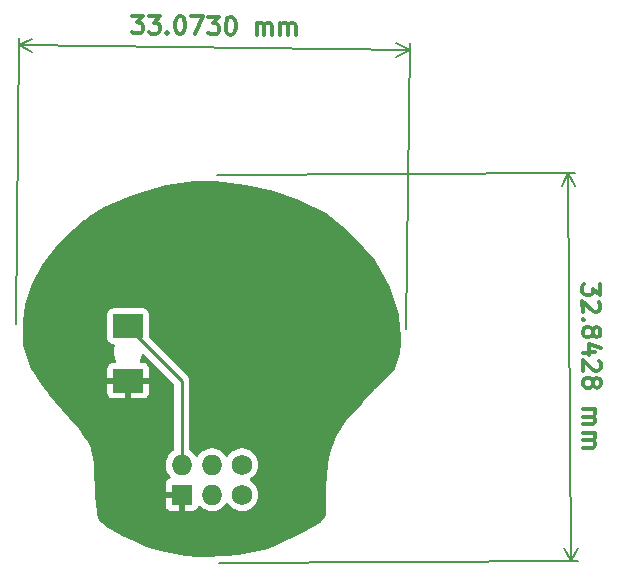
<source format=gbr>
G04 #@! TF.GenerationSoftware,KiCad,Pcbnew,(6.0.1)*
G04 #@! TF.CreationDate,2022-06-04T21:41:08-05:00*
G04 #@! TF.ProjectId,Bsides-KC-2021-SAO-BP,42736964-6573-42d4-9b43-2d323032312d,rev?*
G04 #@! TF.SameCoordinates,Original*
G04 #@! TF.FileFunction,Copper,L2,Bot*
G04 #@! TF.FilePolarity,Positive*
%FSLAX46Y46*%
G04 Gerber Fmt 4.6, Leading zero omitted, Abs format (unit mm)*
G04 Created by KiCad (PCBNEW (6.0.1)) date 2022-06-04 21:41:08*
%MOMM*%
%LPD*%
G01*
G04 APERTURE LIST*
%ADD10C,0.300000*%
G04 #@! TA.AperFunction,NonConductor*
%ADD11C,0.300000*%
G04 #@! TD*
G04 #@! TA.AperFunction,NonConductor*
%ADD12C,0.200000*%
G04 #@! TD*
G04 #@! TA.AperFunction,SMDPad,CuDef*
%ADD13R,2.500000X2.000000*%
G04 #@! TD*
G04 #@! TA.AperFunction,ComponentPad*
%ADD14O,1.727200X1.727200*%
G04 #@! TD*
G04 #@! TA.AperFunction,ComponentPad*
%ADD15R,1.727200X1.727200*%
G04 #@! TD*
G04 #@! TA.AperFunction,ComponentPad*
%ADD16C,1.727200*%
G04 #@! TD*
G04 #@! TA.AperFunction,Conductor*
%ADD17C,0.250000*%
G04 #@! TD*
G04 APERTURE END LIST*
D10*
D11*
X147270419Y-92006082D02*
X148198929Y-92016779D01*
X147692379Y-92582409D01*
X147906650Y-92584878D01*
X148048675Y-92657948D01*
X148119276Y-92730194D01*
X148189054Y-92873865D01*
X148184940Y-93230984D01*
X148111871Y-93373009D01*
X148039624Y-93443610D01*
X147895953Y-93513388D01*
X147467410Y-93508451D01*
X147325386Y-93435381D01*
X147254785Y-93363134D01*
X148698895Y-92022539D02*
X149627405Y-92033236D01*
X149120856Y-92598867D01*
X149335127Y-92601335D01*
X149477152Y-92674405D01*
X149547753Y-92746651D01*
X149617531Y-92890322D01*
X149613417Y-93247441D01*
X149540347Y-93389466D01*
X149468101Y-93460067D01*
X149324430Y-93529845D01*
X148895887Y-93524908D01*
X148753862Y-93451838D01*
X148683261Y-93379592D01*
X150254586Y-93397694D02*
X150325186Y-93469941D01*
X150252940Y-93540542D01*
X150182339Y-93468295D01*
X150254586Y-93397694D01*
X150252940Y-93540542D01*
X151270153Y-92052162D02*
X151413001Y-92053807D01*
X151555026Y-92126877D01*
X151625627Y-92199123D01*
X151695405Y-92342794D01*
X151763537Y-92629312D01*
X151759423Y-92986431D01*
X151684708Y-93271304D01*
X151611638Y-93413329D01*
X151539392Y-93483930D01*
X151395721Y-93553708D01*
X151252873Y-93552062D01*
X151110849Y-93478992D01*
X151040248Y-93406746D01*
X150970470Y-93263075D01*
X150902337Y-92976557D01*
X150906451Y-92619438D01*
X150981167Y-92334565D01*
X151054236Y-92192541D01*
X151126483Y-92121940D01*
X151270153Y-92052162D01*
X152270087Y-92063681D02*
X153270021Y-92075201D01*
X152609926Y-93567696D01*
X153698564Y-92080139D02*
X154627073Y-92090836D01*
X154120524Y-92656466D01*
X154334795Y-92658935D01*
X154476820Y-92732004D01*
X154547421Y-92804251D01*
X154617199Y-92947922D01*
X154613085Y-93305041D01*
X154540015Y-93447066D01*
X154467769Y-93517667D01*
X154324098Y-93587445D01*
X153895555Y-93582508D01*
X153753530Y-93509438D01*
X153682929Y-93437191D01*
X155555583Y-92101533D02*
X155698431Y-92103179D01*
X155840456Y-92176248D01*
X155911057Y-92248495D01*
X155980835Y-92392165D01*
X156048967Y-92678683D01*
X156044853Y-93035803D01*
X155970138Y-93320675D01*
X155897068Y-93462700D01*
X155824822Y-93533301D01*
X155681151Y-93603079D01*
X155538303Y-93601433D01*
X155396279Y-93528364D01*
X155325678Y-93456117D01*
X155255899Y-93312447D01*
X155187767Y-93025928D01*
X155191881Y-92668809D01*
X155266597Y-92383937D01*
X155339666Y-92241912D01*
X155411913Y-92171311D01*
X155555583Y-92101533D01*
X157823866Y-93627765D02*
X157835386Y-92627831D01*
X157833740Y-92770679D02*
X157905987Y-92700078D01*
X158049657Y-92630300D01*
X158263929Y-92632768D01*
X158405954Y-92705838D01*
X158475732Y-92849508D01*
X158466680Y-93635170D01*
X158475732Y-92849508D02*
X158548801Y-92707483D01*
X158692472Y-92637705D01*
X158906743Y-92640174D01*
X159048768Y-92713243D01*
X159118546Y-92856914D01*
X159109495Y-93642576D01*
X159823733Y-93650805D02*
X159835253Y-92650871D01*
X159833608Y-92793719D02*
X159905854Y-92723118D01*
X160049525Y-92653340D01*
X160263796Y-92655808D01*
X160405821Y-92728878D01*
X160475599Y-92872548D01*
X160466548Y-93658210D01*
X160475599Y-92872548D02*
X160548669Y-92730523D01*
X160692339Y-92660745D01*
X160906611Y-92663214D01*
X161048635Y-92736283D01*
X161118414Y-92879954D01*
X161109362Y-93665616D01*
D12*
X137432460Y-118118033D02*
X137711111Y-93931096D01*
X170503260Y-118499033D02*
X170781911Y-94312096D01*
X137704356Y-94517477D02*
X170775156Y-94898477D01*
X137704356Y-94517477D02*
X170775156Y-94898477D01*
X137704356Y-94517477D02*
X138824029Y-95116836D01*
X137704356Y-94517477D02*
X138837541Y-93944072D01*
X170775156Y-94898477D02*
X169655483Y-94299118D01*
X170775156Y-94898477D02*
X169641971Y-95471882D01*
D10*
D11*
X186894838Y-114729276D02*
X186900583Y-115657830D01*
X186326072Y-115161375D01*
X186327398Y-115375657D01*
X186256854Y-115518953D01*
X186185869Y-115590822D01*
X186043457Y-115663133D01*
X185686321Y-115665343D01*
X185543024Y-115594799D01*
X185471155Y-115523814D01*
X185398844Y-115381402D01*
X185396193Y-114952838D01*
X185466736Y-114809542D01*
X185537721Y-114737673D01*
X186761264Y-116230131D02*
X186833133Y-116301117D01*
X186905444Y-116443529D01*
X186907654Y-116800665D01*
X186837111Y-116943962D01*
X186766125Y-117015831D01*
X186623713Y-117088142D01*
X186480859Y-117089026D01*
X186266135Y-117018924D01*
X185403705Y-116167101D01*
X185409451Y-117095655D01*
X185556282Y-117737616D02*
X185485297Y-117809485D01*
X185413428Y-117738499D01*
X185484413Y-117666630D01*
X185556282Y-117737616D01*
X185413428Y-117738499D01*
X186276299Y-118661750D02*
X186346843Y-118518454D01*
X186417828Y-118446584D01*
X186560241Y-118374273D01*
X186631668Y-118373831D01*
X186774964Y-118444375D01*
X186846833Y-118515360D01*
X186919144Y-118657773D01*
X186920912Y-118943481D01*
X186850369Y-119086778D01*
X186779383Y-119158647D01*
X186636971Y-119230958D01*
X186565544Y-119231400D01*
X186422247Y-119160856D01*
X186350378Y-119089871D01*
X186278067Y-118947459D01*
X186276299Y-118661750D01*
X186203988Y-118519337D01*
X186132119Y-118448352D01*
X185988823Y-118377809D01*
X185703114Y-118379577D01*
X185560702Y-118451888D01*
X185489716Y-118523757D01*
X185419173Y-118667053D01*
X185420941Y-118952762D01*
X185493252Y-119095174D01*
X185565121Y-119166160D01*
X185708417Y-119236703D01*
X185994126Y-119234935D01*
X186136539Y-119162624D01*
X186207524Y-119090755D01*
X186278067Y-118947459D01*
X186430644Y-120517973D02*
X185430663Y-120524160D01*
X186999852Y-120157302D02*
X185926234Y-119806795D01*
X185931979Y-120735348D01*
X186792199Y-121230036D02*
X186864069Y-121301021D01*
X186936380Y-121443433D01*
X186938589Y-121800569D01*
X186868046Y-121943866D01*
X186797061Y-122015735D01*
X186654648Y-122088046D01*
X186511794Y-122088930D01*
X186297070Y-122018828D01*
X185434641Y-121167005D01*
X185440386Y-122095559D01*
X186302815Y-122947382D02*
X186373359Y-122804086D01*
X186444344Y-122732217D01*
X186586756Y-122659906D01*
X186658184Y-122659464D01*
X186801480Y-122730007D01*
X186873349Y-122800992D01*
X186945660Y-122943405D01*
X186947428Y-123229114D01*
X186876885Y-123372410D01*
X186805899Y-123444279D01*
X186663487Y-123516590D01*
X186592060Y-123517032D01*
X186448763Y-123446489D01*
X186376894Y-123375503D01*
X186304583Y-123233091D01*
X186302815Y-122947382D01*
X186230504Y-122804970D01*
X186158635Y-122733984D01*
X186015339Y-122663441D01*
X185729630Y-122665209D01*
X185587218Y-122737520D01*
X185516232Y-122809389D01*
X185445689Y-122952685D01*
X185447457Y-123238394D01*
X185519768Y-123380807D01*
X185591637Y-123451792D01*
X185734933Y-123522335D01*
X186020642Y-123520568D01*
X186163054Y-123448256D01*
X186234040Y-123376387D01*
X186304583Y-123233091D01*
X185460273Y-125309783D02*
X186460254Y-125303596D01*
X186317399Y-125304480D02*
X186389268Y-125375465D01*
X186461579Y-125517878D01*
X186462905Y-125732159D01*
X186392362Y-125875456D01*
X186249949Y-125947767D01*
X185464250Y-125952628D01*
X186249949Y-125947767D02*
X186393246Y-126018310D01*
X186465557Y-126160722D01*
X186466882Y-126375004D01*
X186396339Y-126518300D01*
X186253927Y-126590611D01*
X185468227Y-126595473D01*
X185472647Y-127309745D02*
X186472628Y-127303558D01*
X186329773Y-127304442D02*
X186401642Y-127375427D01*
X186473953Y-127517839D01*
X186475279Y-127732121D01*
X186404736Y-127875417D01*
X186262323Y-127947728D01*
X185476624Y-127952590D01*
X186262323Y-127947728D02*
X186405620Y-128018272D01*
X186477931Y-128160684D01*
X186479257Y-128374966D01*
X186408713Y-128518262D01*
X186266301Y-128590573D01*
X185480601Y-128595434D01*
D12*
X154436690Y-105508506D02*
X184801578Y-105320634D01*
X154639890Y-138350706D02*
X185004778Y-138162834D01*
X184215169Y-105324262D02*
X184418369Y-138166462D01*
X184215169Y-105324262D02*
X184418369Y-138166462D01*
X184215169Y-105324262D02*
X183635729Y-106454372D01*
X184215169Y-105324262D02*
X184808548Y-106447116D01*
X184418369Y-138166462D02*
X184997809Y-137036352D01*
X184418369Y-138166462D02*
X183824990Y-137043608D01*
D13*
G04 #@! TO.P,D1,1,K*
G04 #@! TO.N,GND*
X146939000Y-122907000D03*
G04 #@! TO.P,D1,2,A*
G04 #@! TO.N,VCC*
X146939000Y-118307000D03*
G04 #@! TD*
D14*
G04 #@! TO.P,X1,1,VCC*
G04 #@! TO.N,VCC*
X151482100Y-130017200D03*
D15*
G04 #@! TO.P,X1,2,GND*
G04 #@! TO.N,GND*
X151482100Y-132557200D03*
D14*
G04 #@! TO.P,X1,3,SDA*
G04 #@! TO.N,unconnected-(X1-Pad3)*
X154022100Y-130017200D03*
G04 #@! TO.P,X1,4,SCL*
G04 #@! TO.N,unconnected-(X1-Pad4)*
X154022100Y-132557200D03*
D16*
G04 #@! TO.P,X1,5,GPIO1*
G04 #@! TO.N,unconnected-(X1-Pad5)*
X156562100Y-130017200D03*
G04 #@! TO.P,X1,6,GPIO2*
G04 #@! TO.N,unconnected-(X1-Pad6)*
X156562100Y-132557200D03*
G04 #@! TD*
D17*
G04 #@! TO.N,VCC*
X151482100Y-130017200D02*
X151482100Y-122942600D01*
X151482100Y-122942600D02*
X146977100Y-118437600D01*
G04 #@! TD*
G04 #@! TA.AperFunction,Conductor*
G04 #@! TO.N,GND*
G36*
X154270701Y-106020400D02*
G01*
X156899008Y-106317944D01*
X156910260Y-106319737D01*
X159297154Y-106811880D01*
X159316104Y-106817364D01*
X161402977Y-107603010D01*
X161412946Y-107607261D01*
X163655157Y-108679623D01*
X163680953Y-108696078D01*
X165061337Y-109834290D01*
X165064290Y-109836802D01*
X166068847Y-110718852D01*
X166079877Y-110729815D01*
X167834250Y-112703485D01*
X167850773Y-112727010D01*
X169066869Y-114963756D01*
X169207624Y-115222645D01*
X169217466Y-115246140D01*
X169870006Y-117390199D01*
X169889807Y-117455260D01*
X169894878Y-117482065D01*
X170032882Y-119236688D01*
X170062549Y-119613882D01*
X170062166Y-119637676D01*
X169949225Y-120654142D01*
X169943530Y-120680073D01*
X169861300Y-120926764D01*
X169619105Y-121653351D01*
X169551797Y-121855274D01*
X169523940Y-121901866D01*
X168870971Y-122594408D01*
X168790907Y-122679324D01*
X168787162Y-122683131D01*
X167828540Y-123617173D01*
X167819384Y-123625267D01*
X167812610Y-123630693D01*
X167809328Y-123634280D01*
X167809324Y-123634284D01*
X167798187Y-123646458D01*
X167793159Y-123651646D01*
X167780059Y-123664411D01*
X167777329Y-123667957D01*
X167774281Y-123671916D01*
X167767410Y-123680098D01*
X166793288Y-124744836D01*
X166698107Y-124848871D01*
X166696335Y-124850769D01*
X165708362Y-125886934D01*
X165702838Y-125892116D01*
X165697370Y-125895510D01*
X165691381Y-125902191D01*
X165691375Y-125902196D01*
X165654430Y-125943410D01*
X165651802Y-125946253D01*
X165634269Y-125964642D01*
X165631662Y-125968298D01*
X165628818Y-125971741D01*
X165628700Y-125971643D01*
X165627883Y-125972663D01*
X165625984Y-125975143D01*
X165622740Y-125978762D01*
X165620089Y-125982841D01*
X165609107Y-125999735D01*
X165606061Y-126004208D01*
X165598172Y-126015274D01*
X165571189Y-126053123D01*
X165568301Y-126061423D01*
X165562278Y-126071778D01*
X164649067Y-127476720D01*
X164641187Y-127486323D01*
X164641532Y-127486588D01*
X164636062Y-127493702D01*
X164629637Y-127499971D01*
X164603415Y-127546495D01*
X164599308Y-127553273D01*
X164590691Y-127566530D01*
X164588805Y-127570598D01*
X164586144Y-127576337D01*
X164581596Y-127585208D01*
X164577136Y-127593120D01*
X164577129Y-127593136D01*
X164574741Y-127597372D01*
X164573030Y-127601936D01*
X164569424Y-127611551D01*
X164565766Y-127620291D01*
X164544984Y-127665115D01*
X164543646Y-127673990D01*
X164541604Y-127680786D01*
X164537415Y-127696910D01*
X164050147Y-128996290D01*
X164039566Y-129017639D01*
X164039084Y-129018721D01*
X164034306Y-129026318D01*
X164031851Y-129034956D01*
X164031850Y-129034958D01*
X164021372Y-129071821D01*
X164018152Y-129081610D01*
X164014637Y-129090984D01*
X164011037Y-129107352D01*
X164009181Y-129114718D01*
X164003739Y-129133864D01*
X164003144Y-129138701D01*
X164002603Y-129143096D01*
X164000605Y-129154769D01*
X163996522Y-129173331D01*
X163991291Y-129197112D01*
X163991901Y-129206069D01*
X163992135Y-129209505D01*
X163991482Y-129233454D01*
X163974436Y-129371954D01*
X163799520Y-130793142D01*
X163797440Y-130805188D01*
X163796613Y-130808896D01*
X163795553Y-130813647D01*
X163795237Y-130818496D01*
X163794160Y-130835000D01*
X163793484Y-130842186D01*
X163791249Y-130860349D01*
X163791338Y-130864828D01*
X163791436Y-130869794D01*
X163791194Y-130880488D01*
X163724558Y-131902243D01*
X163719044Y-131986785D01*
X163717414Y-132000366D01*
X163716555Y-132005263D01*
X163716462Y-132010120D01*
X163716461Y-132010126D01*
X163716073Y-132030290D01*
X163715829Y-132036060D01*
X163714716Y-132053144D01*
X163714403Y-132057939D01*
X163714748Y-132062403D01*
X163714748Y-132062411D01*
X163714847Y-132063690D01*
X163715198Y-132075817D01*
X163690542Y-133357969D01*
X163690446Y-133361019D01*
X163648797Y-134318924D01*
X163622207Y-134391022D01*
X163567994Y-134460415D01*
X163238021Y-134882782D01*
X163194084Y-134939021D01*
X163154531Y-134972388D01*
X161633041Y-135791652D01*
X161628098Y-135794174D01*
X159712293Y-136718466D01*
X158818622Y-137149623D01*
X158788115Y-137159786D01*
X156304622Y-137646746D01*
X156293707Y-137648393D01*
X155142718Y-137770838D01*
X155136681Y-137771334D01*
X153447302Y-137869269D01*
X153428249Y-137868930D01*
X152903149Y-137819702D01*
X151868209Y-137722676D01*
X151861205Y-137721821D01*
X150063704Y-137450965D01*
X150048366Y-137447666D01*
X150033956Y-137443613D01*
X149024795Y-137159786D01*
X148507449Y-137014282D01*
X148489424Y-137007694D01*
X147419756Y-136521482D01*
X147418245Y-136520783D01*
X146427488Y-136054544D01*
X146159667Y-135928510D01*
X146146933Y-135921597D01*
X145408353Y-135463677D01*
X144957965Y-135184436D01*
X144939401Y-135170397D01*
X144510301Y-134778611D01*
X144477449Y-134730248D01*
X144375588Y-134461705D01*
X144284290Y-134221009D01*
X144276449Y-134185702D01*
X144257250Y-133928431D01*
X144222701Y-133465469D01*
X150110501Y-133465469D01*
X150110871Y-133472290D01*
X150116395Y-133523152D01*
X150120021Y-133538404D01*
X150165176Y-133658854D01*
X150173714Y-133674449D01*
X150250215Y-133776524D01*
X150262776Y-133789085D01*
X150364851Y-133865586D01*
X150380446Y-133874124D01*
X150500894Y-133919278D01*
X150516149Y-133922905D01*
X150567014Y-133928431D01*
X150573828Y-133928800D01*
X151209985Y-133928800D01*
X151225224Y-133924325D01*
X151226429Y-133922935D01*
X151228100Y-133915252D01*
X151228100Y-132829315D01*
X151223625Y-132814076D01*
X151222235Y-132812871D01*
X151214552Y-132811200D01*
X150128616Y-132811200D01*
X150113377Y-132815675D01*
X150112172Y-132817065D01*
X150110501Y-132824748D01*
X150110501Y-133465469D01*
X144222701Y-133465469D01*
X144156868Y-132583315D01*
X144156678Y-132580263D01*
X144155358Y-132553846D01*
X144033655Y-130119794D01*
X144033692Y-130117459D01*
X144034227Y-130115103D01*
X144029782Y-130042191D01*
X144029711Y-130040915D01*
X144028469Y-130016084D01*
X144028245Y-130011600D01*
X144027849Y-130009566D01*
X144027779Y-130008795D01*
X144027720Y-130008369D01*
X144027423Y-130003504D01*
X144020904Y-129973703D01*
X144020320Y-129970879D01*
X144009202Y-129913747D01*
X144009201Y-129913745D01*
X144007487Y-129904936D01*
X144005230Y-129900567D01*
X144003782Y-129895431D01*
X143665503Y-128349017D01*
X143664828Y-128345723D01*
X143654162Y-128289864D01*
X143652478Y-128281045D01*
X143648385Y-128273050D01*
X143636036Y-128248928D01*
X143630163Y-128235612D01*
X143620678Y-128210228D01*
X143620675Y-128210223D01*
X143617534Y-128201816D01*
X143574969Y-128144895D01*
X143573944Y-128143503D01*
X143238248Y-127680786D01*
X142648665Y-126868118D01*
X142644955Y-126862714D01*
X142632272Y-126843162D01*
X142629020Y-126839527D01*
X142627512Y-126837841D01*
X142620467Y-126829107D01*
X142619701Y-126828195D01*
X142617066Y-126824563D01*
X142613947Y-126821346D01*
X142613939Y-126821336D01*
X142600175Y-126807138D01*
X142596743Y-126803453D01*
X141940371Y-126069861D01*
X141317074Y-125373236D01*
X141314529Y-125370300D01*
X140230616Y-124079928D01*
X140227278Y-124076941D01*
X140224157Y-124073721D01*
X140224527Y-124073362D01*
X140213875Y-124061808D01*
X140130527Y-123951669D01*
X145181001Y-123951669D01*
X145181371Y-123958490D01*
X145186895Y-124009352D01*
X145190521Y-124024604D01*
X145235676Y-124145054D01*
X145244214Y-124160649D01*
X145320715Y-124262724D01*
X145333276Y-124275285D01*
X145435351Y-124351786D01*
X145450946Y-124360324D01*
X145571394Y-124405478D01*
X145586649Y-124409105D01*
X145637514Y-124414631D01*
X145644328Y-124415000D01*
X146666885Y-124415000D01*
X146682124Y-124410525D01*
X146683329Y-124409135D01*
X146685000Y-124401452D01*
X146685000Y-124396884D01*
X147193000Y-124396884D01*
X147197475Y-124412123D01*
X147198865Y-124413328D01*
X147206548Y-124414999D01*
X148233669Y-124414999D01*
X148240490Y-124414629D01*
X148291352Y-124409105D01*
X148306604Y-124405479D01*
X148427054Y-124360324D01*
X148442649Y-124351786D01*
X148544724Y-124275285D01*
X148557285Y-124262724D01*
X148633786Y-124160649D01*
X148642324Y-124145054D01*
X148687478Y-124024606D01*
X148691105Y-124009351D01*
X148696631Y-123958486D01*
X148697000Y-123951672D01*
X148697000Y-123179115D01*
X148692525Y-123163876D01*
X148691135Y-123162671D01*
X148683452Y-123161000D01*
X147211115Y-123161000D01*
X147195876Y-123165475D01*
X147194671Y-123166865D01*
X147193000Y-123174548D01*
X147193000Y-124396884D01*
X146685000Y-124396884D01*
X146685000Y-123179115D01*
X146680525Y-123163876D01*
X146679135Y-123162671D01*
X146671452Y-123161000D01*
X145199116Y-123161000D01*
X145183877Y-123165475D01*
X145182672Y-123166865D01*
X145181001Y-123174548D01*
X145181001Y-123951669D01*
X140130527Y-123951669D01*
X139542284Y-123174349D01*
X139538937Y-123169711D01*
X139537830Y-123168100D01*
X138759009Y-122035270D01*
X138743440Y-122004136D01*
X138708968Y-121901867D01*
X138042901Y-119925868D01*
X138036300Y-119885621D01*
X138036300Y-119355134D01*
X145180500Y-119355134D01*
X145187255Y-119417316D01*
X145238385Y-119553705D01*
X145325739Y-119670261D01*
X145442295Y-119757615D01*
X145578684Y-119808745D01*
X145640866Y-119815500D01*
X145690491Y-119815500D01*
X145758612Y-119835502D01*
X145805105Y-119889158D01*
X145815209Y-119959432D01*
X145790623Y-120010907D01*
X145790939Y-120011065D01*
X145782867Y-120027189D01*
X145770600Y-120040400D01*
X145767375Y-120058137D01*
X145745814Y-120176725D01*
X145719800Y-120319800D01*
X145719800Y-120650000D01*
X145796000Y-121031000D01*
X145803139Y-121041470D01*
X145912605Y-121202021D01*
X145934453Y-121269572D01*
X145916313Y-121338212D01*
X145863942Y-121386148D01*
X145808500Y-121399001D01*
X145644331Y-121399001D01*
X145637510Y-121399371D01*
X145586648Y-121404895D01*
X145571396Y-121408521D01*
X145450946Y-121453676D01*
X145435351Y-121462214D01*
X145333276Y-121538715D01*
X145320715Y-121551276D01*
X145244214Y-121653351D01*
X145235676Y-121668946D01*
X145190522Y-121789394D01*
X145186895Y-121804649D01*
X145181369Y-121855514D01*
X145181000Y-121862328D01*
X145181000Y-122634885D01*
X145185475Y-122650124D01*
X145186865Y-122651329D01*
X145194548Y-122653000D01*
X148678884Y-122653000D01*
X148694123Y-122648525D01*
X148695328Y-122647135D01*
X148696999Y-122639452D01*
X148696999Y-121862331D01*
X148696629Y-121855510D01*
X148691105Y-121804648D01*
X148687479Y-121789396D01*
X148642324Y-121668946D01*
X148633786Y-121653351D01*
X148557285Y-121551276D01*
X148544724Y-121538715D01*
X148442649Y-121462214D01*
X148427054Y-121453676D01*
X148306606Y-121408522D01*
X148291351Y-121404895D01*
X148240486Y-121399369D01*
X148233672Y-121399000D01*
X148037268Y-121399000D01*
X147969147Y-121378998D01*
X147922654Y-121325342D01*
X147912550Y-121255068D01*
X147924444Y-121216905D01*
X147925170Y-121215445D01*
X147929600Y-121208800D01*
X147991444Y-121031000D01*
X148101727Y-120713935D01*
X148142998Y-120656167D01*
X148208950Y-120629881D01*
X148278643Y-120643425D01*
X148309829Y-120666234D01*
X150811695Y-123168100D01*
X150845721Y-123230412D01*
X150848600Y-123257195D01*
X150848600Y-128723559D01*
X150828598Y-128791680D01*
X150780782Y-128835321D01*
X150748435Y-128852160D01*
X150568005Y-128987630D01*
X150564433Y-128991368D01*
X150428261Y-129133864D01*
X150412124Y-129150750D01*
X150284978Y-129337140D01*
X150282804Y-129341824D01*
X150282802Y-129341827D01*
X150211502Y-129495431D01*
X150189981Y-129541793D01*
X150129685Y-129759213D01*
X150105709Y-129983562D01*
X150106006Y-129988714D01*
X150106006Y-129988718D01*
X150111718Y-130087778D01*
X150118697Y-130208814D01*
X150119834Y-130213860D01*
X150119835Y-130213866D01*
X150141084Y-130308152D01*
X150168300Y-130428920D01*
X150170242Y-130433702D01*
X150170243Y-130433706D01*
X150206922Y-130524035D01*
X150253186Y-130637969D01*
X150255885Y-130642373D01*
X150363813Y-130818496D01*
X150371075Y-130830347D01*
X150374455Y-130834249D01*
X150442834Y-130913187D01*
X150516513Y-130998245D01*
X150516514Y-130998246D01*
X150518802Y-131000887D01*
X150518257Y-131001359D01*
X150550950Y-131059776D01*
X150546625Y-131130640D01*
X150504673Y-131187917D01*
X150472346Y-131205824D01*
X150380446Y-131240276D01*
X150364851Y-131248814D01*
X150262776Y-131325315D01*
X150250215Y-131337876D01*
X150173714Y-131439951D01*
X150165176Y-131455546D01*
X150120022Y-131575994D01*
X150116395Y-131591249D01*
X150110869Y-131642114D01*
X150110500Y-131648928D01*
X150110500Y-132285085D01*
X150114975Y-132300324D01*
X150116365Y-132301529D01*
X150124048Y-132303200D01*
X151610100Y-132303200D01*
X151678221Y-132323202D01*
X151724714Y-132376858D01*
X151736100Y-132429200D01*
X151736100Y-133910684D01*
X151740575Y-133925923D01*
X151741965Y-133927128D01*
X151749648Y-133928799D01*
X152390369Y-133928799D01*
X152397190Y-133928429D01*
X152448052Y-133922905D01*
X152463304Y-133919279D01*
X152583754Y-133874124D01*
X152599349Y-133865586D01*
X152701424Y-133789085D01*
X152713985Y-133776524D01*
X152790486Y-133674449D01*
X152799024Y-133658854D01*
X152833941Y-133565715D01*
X152876583Y-133508950D01*
X152943145Y-133484251D01*
X153012494Y-133499459D01*
X153047160Y-133527447D01*
X153058802Y-133540887D01*
X153232399Y-133685010D01*
X153236851Y-133687612D01*
X153236856Y-133687615D01*
X153326191Y-133739818D01*
X153427203Y-133798845D01*
X153637984Y-133879334D01*
X153643052Y-133880365D01*
X153643055Y-133880366D01*
X153751504Y-133902430D01*
X153859081Y-133924317D01*
X153864256Y-133924507D01*
X153864258Y-133924507D01*
X154079392Y-133932396D01*
X154079396Y-133932396D01*
X154084556Y-133932585D01*
X154089676Y-133931929D01*
X154089678Y-133931929D01*
X154160120Y-133922905D01*
X154308353Y-133903916D01*
X154313302Y-133902431D01*
X154313308Y-133902430D01*
X154519513Y-133840565D01*
X154519512Y-133840565D01*
X154524463Y-133839080D01*
X154652156Y-133776524D01*
X154722431Y-133742097D01*
X154722436Y-133742094D01*
X154727082Y-133739818D01*
X154731292Y-133736815D01*
X154731297Y-133736812D01*
X154906555Y-133611801D01*
X154906559Y-133611797D01*
X154910767Y-133608796D01*
X155070587Y-133449533D01*
X155191470Y-133281307D01*
X155247464Y-133237659D01*
X155318168Y-133231213D01*
X155381132Y-133264016D01*
X155401225Y-133288999D01*
X155448375Y-133365943D01*
X155448383Y-133365953D01*
X155451075Y-133370347D01*
X155598802Y-133540887D01*
X155772399Y-133685010D01*
X155776851Y-133687612D01*
X155776856Y-133687615D01*
X155866191Y-133739818D01*
X155967203Y-133798845D01*
X156177984Y-133879334D01*
X156183052Y-133880365D01*
X156183055Y-133880366D01*
X156291504Y-133902430D01*
X156399081Y-133924317D01*
X156404256Y-133924507D01*
X156404258Y-133924507D01*
X156619392Y-133932396D01*
X156619396Y-133932396D01*
X156624556Y-133932585D01*
X156629676Y-133931929D01*
X156629678Y-133931929D01*
X156700120Y-133922905D01*
X156848353Y-133903916D01*
X156853302Y-133902431D01*
X156853308Y-133902430D01*
X157059513Y-133840565D01*
X157059512Y-133840565D01*
X157064463Y-133839080D01*
X157192156Y-133776524D01*
X157262431Y-133742097D01*
X157262436Y-133742094D01*
X157267082Y-133739818D01*
X157271292Y-133736815D01*
X157271297Y-133736812D01*
X157446555Y-133611801D01*
X157446559Y-133611797D01*
X157450767Y-133608796D01*
X157610587Y-133449533D01*
X157742250Y-133266305D01*
X157842218Y-133064035D01*
X157907808Y-132848152D01*
X157929778Y-132681274D01*
X157936821Y-132627778D01*
X157936822Y-132627772D01*
X157937258Y-132624456D01*
X157938902Y-132557200D01*
X157920415Y-132332332D01*
X157865449Y-132113504D01*
X157775480Y-131906591D01*
X157727382Y-131832243D01*
X157655734Y-131721491D01*
X157655732Y-131721488D01*
X157652926Y-131717151D01*
X157501077Y-131550271D01*
X157497026Y-131547072D01*
X157497022Y-131547068D01*
X157328066Y-131413634D01*
X157328062Y-131413632D01*
X157324011Y-131410432D01*
X157300635Y-131397528D01*
X157250664Y-131347096D01*
X157235892Y-131277653D01*
X157261008Y-131211247D01*
X157288359Y-131184641D01*
X157446555Y-131071801D01*
X157446559Y-131071797D01*
X157450767Y-131068796D01*
X157610587Y-130909533D01*
X157742250Y-130726305D01*
X157842218Y-130524035D01*
X157907808Y-130308152D01*
X157929838Y-130140819D01*
X157936821Y-130087778D01*
X157936822Y-130087772D01*
X157937258Y-130084456D01*
X157938902Y-130017200D01*
X157920415Y-129792332D01*
X157865449Y-129573504D01*
X157775480Y-129366591D01*
X157727382Y-129292243D01*
X157655734Y-129181491D01*
X157655732Y-129181488D01*
X157652926Y-129177151D01*
X157501077Y-129010271D01*
X157497026Y-129007072D01*
X157497022Y-129007068D01*
X157328066Y-128873634D01*
X157328062Y-128873632D01*
X157324011Y-128870432D01*
X157126483Y-128761391D01*
X156913798Y-128686076D01*
X156863397Y-128677098D01*
X156696757Y-128647414D01*
X156696753Y-128647414D01*
X156691669Y-128646508D01*
X156619674Y-128645629D01*
X156471229Y-128643815D01*
X156471227Y-128643815D01*
X156466059Y-128643752D01*
X156243029Y-128677880D01*
X156028568Y-128747977D01*
X155828435Y-128852160D01*
X155824302Y-128855263D01*
X155824299Y-128855265D01*
X155799834Y-128873634D01*
X155648005Y-128987630D01*
X155644433Y-128991368D01*
X155508261Y-129133864D01*
X155492124Y-129150750D01*
X155489212Y-129155019D01*
X155489206Y-129155027D01*
X155395603Y-129292243D01*
X155340692Y-129337246D01*
X155270167Y-129345417D01*
X155206420Y-129314163D01*
X155185723Y-129289679D01*
X155115734Y-129181491D01*
X155115732Y-129181488D01*
X155112926Y-129177151D01*
X154961077Y-129010271D01*
X154957026Y-129007072D01*
X154957022Y-129007068D01*
X154788066Y-128873634D01*
X154788062Y-128873632D01*
X154784011Y-128870432D01*
X154586483Y-128761391D01*
X154373798Y-128686076D01*
X154323397Y-128677098D01*
X154156757Y-128647414D01*
X154156753Y-128647414D01*
X154151669Y-128646508D01*
X154079674Y-128645629D01*
X153931229Y-128643815D01*
X153931227Y-128643815D01*
X153926059Y-128643752D01*
X153703029Y-128677880D01*
X153488568Y-128747977D01*
X153288435Y-128852160D01*
X153284302Y-128855263D01*
X153284299Y-128855265D01*
X153259834Y-128873634D01*
X153108005Y-128987630D01*
X153104433Y-128991368D01*
X152968261Y-129133864D01*
X152952124Y-129150750D01*
X152949212Y-129155019D01*
X152949206Y-129155027D01*
X152855603Y-129292243D01*
X152800692Y-129337246D01*
X152730167Y-129345417D01*
X152666420Y-129314163D01*
X152645723Y-129289679D01*
X152575734Y-129181491D01*
X152575732Y-129181488D01*
X152572926Y-129177151D01*
X152421077Y-129010271D01*
X152417026Y-129007072D01*
X152417022Y-129007068D01*
X152248066Y-128873634D01*
X152248062Y-128873632D01*
X152244011Y-128870432D01*
X152180706Y-128835486D01*
X152130736Y-128785055D01*
X152115600Y-128725178D01*
X152115600Y-123021367D01*
X152116127Y-123010184D01*
X152117802Y-123002691D01*
X152115662Y-122934614D01*
X152115600Y-122930655D01*
X152115600Y-122902744D01*
X152115095Y-122898744D01*
X152114162Y-122886901D01*
X152113022Y-122850629D01*
X152112773Y-122842710D01*
X152107122Y-122823258D01*
X152103114Y-122803906D01*
X152101567Y-122791663D01*
X152100574Y-122783803D01*
X152097656Y-122776432D01*
X152084300Y-122742697D01*
X152080455Y-122731470D01*
X152075614Y-122714808D01*
X152068118Y-122689007D01*
X152063541Y-122681267D01*
X152057807Y-122671572D01*
X152049112Y-122653824D01*
X152041652Y-122634983D01*
X152015664Y-122599213D01*
X152009148Y-122589293D01*
X151990680Y-122558065D01*
X151990678Y-122558062D01*
X151986642Y-122551238D01*
X151972321Y-122536917D01*
X151959480Y-122521883D01*
X151952231Y-122511906D01*
X151947572Y-122505493D01*
X151913495Y-122477302D01*
X151904716Y-122469312D01*
X148734405Y-119299000D01*
X148700379Y-119236688D01*
X148697500Y-119209905D01*
X148697500Y-117258866D01*
X148690745Y-117196684D01*
X148639615Y-117060295D01*
X148552261Y-116943739D01*
X148435705Y-116856385D01*
X148299316Y-116805255D01*
X148237134Y-116798500D01*
X145640866Y-116798500D01*
X145578684Y-116805255D01*
X145442295Y-116856385D01*
X145325739Y-116943739D01*
X145238385Y-117060295D01*
X145187255Y-117196684D01*
X145180500Y-117258866D01*
X145180500Y-119355134D01*
X138036300Y-119355134D01*
X138036300Y-117989225D01*
X138036925Y-117976688D01*
X138128564Y-117060295D01*
X138179144Y-116554490D01*
X138184985Y-116527183D01*
X138706127Y-114963756D01*
X138713559Y-114946075D01*
X138719759Y-114933994D01*
X139655468Y-113110560D01*
X139667830Y-113091093D01*
X140732189Y-111712265D01*
X140739597Y-111703521D01*
X142016546Y-110328345D01*
X142026721Y-110318551D01*
X142359498Y-110032363D01*
X143236110Y-109278476D01*
X143250210Y-109267969D01*
X143522933Y-109092938D01*
X144866787Y-108230465D01*
X144886758Y-108220041D01*
X145885324Y-107807789D01*
X146924144Y-107378918D01*
X147570281Y-107112164D01*
X147583441Y-107107565D01*
X150148052Y-106367773D01*
X150165504Y-106364054D01*
X152617194Y-106020817D01*
X152634664Y-106019600D01*
X154256528Y-106019600D01*
X154270701Y-106020400D01*
G37*
G04 #@! TD.AperFunction*
G04 #@! TD*
M02*

</source>
